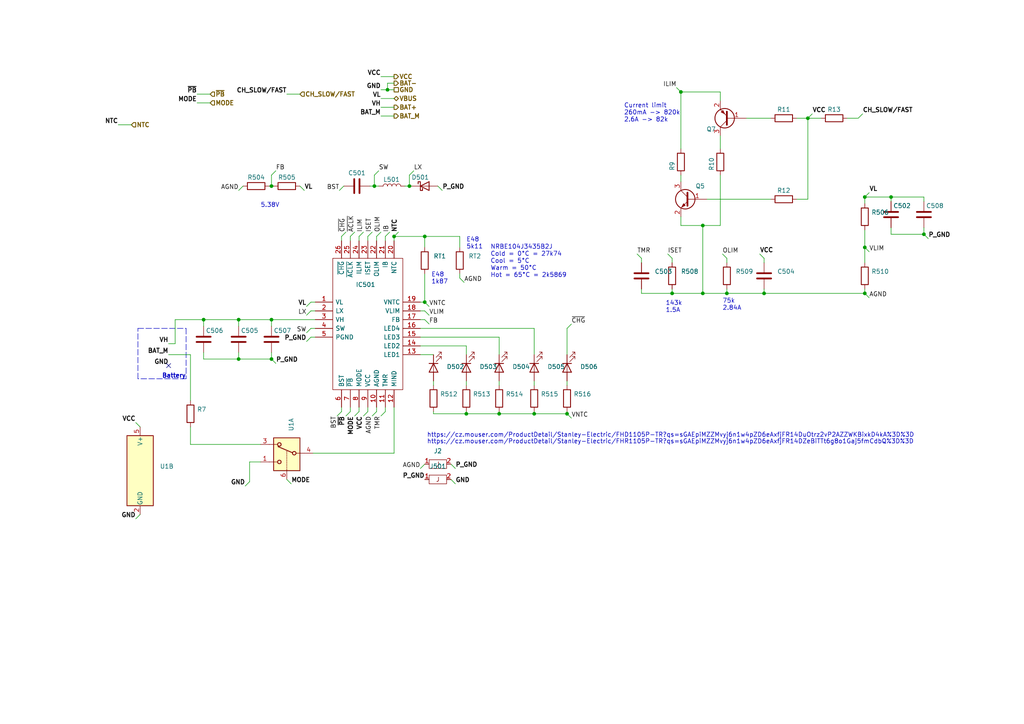
<source format=kicad_sch>
(kicad_sch (version 20211123) (generator eeschema)
  (paper "A4")
  (title_block (title "CanSat 2023") (rev "2022") (company "The Project SkyFall") (comment 1 "David Haisman"))
  (lib_symbols
    (symbol "1Knihovna:Hard_Jumper" (in_bom no)
      (property "Reference" "J" (at -1.27 0 0))
      (symbol "Hard_Jumper_0_0"
        (text "J" (at 0 0 0) (effects (font (size 1.27 1.27))))
      )
      (symbol "Hard_Jumper_0_1"
        (rectangle (start -2.54 1.27) (end 2.54 -1.27))
      )
      (symbol "Hard_Jumper_1_1"
        (pin passive line (at -3.81 0 0) (length 1.27) (name "~") (number "1"))
        (pin passive line (at 3.81 0 180) (length 1.27) (name "~") (number "2"))
      )
    )
    (symbol "Analog_Switch:TS5A3159DBV" (pin_names (offset 0.127))
      (property "Reference" "U" (at -3.175 4.699 0))
      (property "Value" "TS5A3159DBV" (at -3.175 2.921 0))
      (symbol "TS5A3159DBV_1_1"
        (rectangle (start -3.81 1.905) (end 3.81 -7.62) (stroke (width 0.254)) (fill (type background)))
        (circle (center -2.159 -2.54) (radius 0.508) (stroke (width 0.254)))
        (polyline (pts (xy -5.08 -2.54) (xy -2.794 -2.54)))
        (polyline (pts (xy -1.651 -2.413) (xy 2.54 -0.635)) (stroke (width 0.254)))
        (polyline (pts (xy 0 -7.62) (xy 0 -7.112)))
        (polyline (pts (xy 0 -6.858) (xy 0 -6.604)))
        (polyline (pts (xy 0 -6.35) (xy 0 -6.096)))
        (polyline (pts (xy 0 -5.842) (xy 0 -5.588)))
        (polyline (pts (xy 0 -5.334) (xy 0 -5.08)))
        (polyline (pts (xy 0 -4.826) (xy 0 -4.572)))
        (polyline (pts (xy 0 -4.318) (xy 0 -4.064)))
        (polyline (pts (xy 0 -3.81) (xy 0 -3.556)))
        (polyline (pts (xy 0 -3.302) (xy 0 -3.048)))
        (polyline (pts (xy 0 -2.794) (xy 0 -2.54)))
        (polyline (pts (xy 0 -2.286) (xy 0 -2.032)))
        (polyline (pts (xy 0 -2.286) (xy 0 -2.032)))
        (polyline (pts (xy 5.08 -5.08) (xy 2.794 -5.08)))
        (polyline (pts (xy 5.08 0) (xy 2.794 0)))
        (circle (center 2.159 -5.08) (radius 0.508) (stroke (width 0.254)))
        (circle (center 2.159 0) (radius 0.508) (stroke (width 0.254)))
        (pin passive line (at 7.62 -5.08 180) (length 2.54) (name "~") (number "1"))
        (pin passive line (at 7.62 0 180) (length 2.54) (name "~") (number "3"))
        (pin passive line (at -7.62 -2.54 0) (length 2.54) (name "~") (number "4"))
        (pin input line (at 0 -10.16 90) (length 2.54) (name "~") (number "6"))
      )
      (symbol "TS5A3159DBV_2_0"
        (pin power_in line (at 0 -12.7 90) (length 2.54) (name "GND") (number "2"))
        (pin power_in line (at 0 12.7 270) (length 2.54) (name "V+") (number "5"))
      )
      (symbol "TS5A3159DBV_2_1"
        (rectangle (start -3.81 10.16) (end 3.81 -10.16) (stroke (width 0.254)) (fill (type background)))
      )
    )
    (symbol "Device:C" (pin_numbers hide) (pin_names (offset 0.254))
      (property "Reference" "C" (at 0.635 2.54 0))
      (property "Value" "C" (at 0.635 -2.54 0))
      (symbol "C_0_1"
        (polyline (pts (xy -2.032 -0.762) (xy 2.032 -0.762)) (stroke (width 0.508)))
        (polyline (pts (xy -2.032 0.762) (xy 2.032 0.762)) (stroke (width 0.508)))
      )
      (symbol "C_1_1"
        (pin passive line (at 0 3.81 270) (length 2.794) (name "~") (number "1"))
        (pin passive line (at 0 -3.81 90) (length 2.794) (name "~") (number "2"))
      )
    )
    (symbol "Device:L" (pin_numbers hide) (pin_names (offset 1.016) hide)
      (property "Reference" "L" (at -1.27 0 90))
      (property "Value" "L" (at 1.905 0 90))
      (symbol "L_0_1"
        (arc (start 0 -2.54) (mid 0.635 -1.905) (end 0 -1.27))
        (arc (start 0 -1.27) (mid 0.635 -0.635) (end 0 0))
        (arc (start 0 0) (mid 0.635 0.635) (end 0 1.27))
        (arc (start 0 1.27) (mid 0.635 1.905) (end 0 2.54))
      )
      (symbol "L_1_1"
        (pin passive line (at 0 3.81 270) (length 1.27) (name "1") (number "1"))
        (pin passive line (at 0 -3.81 90) (length 1.27) (name "2") (number "2"))
      )
    )
    (symbol "Device:LED" (pin_numbers hide) (pin_names (offset 1.016) hide)
      (property "Reference" "D" (at 0 2.54 0))
      (property "Value" "LED" (at 0 -2.54 0))
      (symbol "LED_0_1"
        (polyline (pts (xy -1.27 -1.27) (xy -1.27 1.27)) (stroke (width 0.254)))
        (polyline (pts (xy -1.27 0) (xy 1.27 0)))
        (polyline (pts (xy 1.27 -1.27) (xy 1.27 1.27) (xy -1.27 0) (xy 1.27 -1.27)) (stroke (width 0.254)))
        (polyline (pts (xy -3.048 -0.762) (xy -4.572 -2.286) (xy -3.81 -2.286) (xy -4.572 -2.286) (xy -4.572 -1.524)))
        (polyline (pts (xy -1.778 -0.762) (xy -3.302 -2.286) (xy -2.54 -2.286) (xy -3.302 -2.286) (xy -3.302 -1.524)))
      )
      (symbol "LED_1_1"
        (pin passive line (at -3.81 0 0) (length 2.54) (name "K") (number "1"))
        (pin passive line (at 3.81 0 180) (length 2.54) (name "A") (number "2"))
      )
    )
    (symbol "Device:R" (pin_numbers hide) (pin_names (offset 0))
      (property "Reference" "R" (at 2.032 0 90))
      (property "Value" "R" (at 0 0 90))
      (symbol "R_0_1"
        (rectangle (start -1.016 -2.54) (end 1.016 2.54) (stroke (width 0.254)))
      )
      (symbol "R_1_1"
        (pin passive line (at 0 3.81 270) (length 1.27) (name "~") (number "1"))
        (pin passive line (at 0 -3.81 90) (length 1.27) (name "~") (number "2"))
      )
    )
    (symbol "Diode:B330" (pin_numbers hide) (pin_names (offset 1.016) hide)
      (property "Reference" "D" (at 0 2.54 0))
      (property "Value" "B330" (at 0 -2.54 0))
      (symbol "B330_0_1"
        (polyline (pts (xy 1.27 0) (xy -1.27 0)))
        (polyline (pts (xy 1.27 1.27) (xy 1.27 -1.27) (xy -1.27 0) (xy 1.27 1.27)) (stroke (width 0.254)))
        (polyline (pts (xy -1.905 0.635) (xy -1.905 1.27) (xy -1.27 1.27) (xy -1.27 -1.27) (xy -0.635 -1.27) (xy -0.635 -0.635)) (stroke (width 0.254)))
      )
      (symbol "B330_1_1"
        (pin passive line (at -3.81 0 0) (length 2.54) (name "K") (number "1"))
        (pin passive line (at 3.81 0 180) (length 2.54) (name "A") (number "2"))
      )
    )
    (symbol "SamacSys_Parts2:MP2639AGR-Z" (pin_names (offset 0.762))
      (property "Reference" "IC" (at 26.67 17.78 0))
      (property "Value" "MP2639AGR-Z" (at 26.67 15.24 0))
      (symbol "MP2639AGR-Z_0_0"
        (pin passive line (at 0 0 0) (length 5.08) (name "VL") (number "1"))
        (pin passive line (at 17.78 -30.48 90) (length 5.08) (name "AGND") (number "10"))
        (pin passive line (at 20.32 -30.48 90) (length 5.08) (name "TMR") (number "11"))
        (pin passive line (at 22.86 -30.48 90) (length 5.08) (name "MIND") (number "12"))
        (pin passive line (at 30.48 -15.24 180) (length 5.08) (name "LED1") (number "13"))
        (pin passive line (at 30.48 -12.7 180) (length 5.08) (name "LED2") (number "14"))
        (pin passive line (at 30.48 -10.16 180) (length 5.08) (name "LED3") (number "15"))
        (pin passive line (at 30.48 -7.62 180) (length 5.08) (name "LED4") (number "16"))
        (pin passive line (at 30.48 -5.08 180) (length 5.08) (name "FB") (number "17"))
        (pin passive line (at 30.48 -2.54 180) (length 5.08) (name "VLIM") (number "18"))
        (pin passive line (at 30.48 0 180) (length 5.08) (name "VNTC") (number "19"))
        (pin passive line (at 0 -2.54 0) (length 5.08) (name "LX") (number "2"))
        (pin passive line (at 22.86 17.78 270) (length 5.08) (name "NTC") (number "20"))
        (pin passive line (at 20.32 17.78 270) (length 5.08) (name "IB") (number "21"))
        (pin passive line (at 17.78 17.78 270) (length 5.08) (name "OLIM") (number "22"))
        (pin passive line (at 15.24 17.78 270) (length 5.08) (name "ISET") (number "23"))
        (pin passive line (at 12.7 17.78 270) (length 5.08) (name "ILIM") (number "24"))
        (pin passive line (at 10.16 17.78 270) (length 5.08) (name "~{ACLK}") (number "25"))
        (pin passive line (at 7.62 17.78 270) (length 5.08) (name "~{CHG}") (number "26"))
        (pin passive line (at 0 -5.08 0) (length 5.08) (name "VH") (number "3"))
        (pin passive line (at 0 -7.62 0) (length 5.08) (name "SW") (number "4"))
        (pin passive line (at 0 -10.16 0) (length 5.08) (name "PGND") (number "5"))
        (pin passive line (at 7.62 -30.48 90) (length 5.08) (name "BST") (number "6"))
        (pin passive line (at 10.16 -30.48 90) (length 5.08) (name "~{PB}") (number "7"))
        (pin passive line (at 12.7 -30.48 90) (length 5.08) (name "MODE") (number "8"))
        (pin passive line (at 15.24 -30.48 90) (length 5.08) (name "VCC") (number "9"))
      )
      (symbol "MP2639AGR-Z_0_1"
        (polyline (pts (xy 5.08 12.7) (xy 25.4 12.7) (xy 25.4 -25.4) (xy 5.08 -25.4) (xy 5.08 12.7)) (stroke (width 0.1524)))
      )
    )
    (symbol "Transistor_BJT:BC847" (pin_names (offset 0) hide)
      (property "Reference" "Q" (at 5.08 1.905 0))
      (property "Value" "BC847" (at 5.08 0 0))
      (symbol "BC847_0_1"
        (polyline (pts (xy 0.635 0.635) (xy 2.54 2.54)))
        (polyline (pts (xy 0.635 -0.635) (xy 2.54 -2.54) (xy 2.54 -2.54)))
        (polyline (pts (xy 0.635 1.905) (xy 0.635 -1.905) (xy 0.635 -1.905)) (stroke (width 0.508)))
        (polyline (pts (xy 1.27 -1.778) (xy 1.778 -1.27) (xy 2.286 -2.286) (xy 1.27 -1.778) (xy 1.27 -1.778)) (fill (type outline)))
        (circle (center 1.27 0) (radius 2.8194) (stroke (width 0.254)))
      )
      (symbol "BC847_1_1"
        (pin input line (at -5.08 0 0) (length 5.715) (name "B") (number "1"))
        (pin passive line (at 2.54 -5.08 90) (length 2.54) (name "E") (number "2"))
        (pin passive line (at 2.54 5.08 270) (length 2.54) (name "C") (number "3"))
      )
    )
    (symbol "Transistor_BJT:BC857" (pin_names (offset 0) hide)
      (property "Reference" "Q" (at 5.08 1.905 0))
      (property "Value" "BC857" (at 5.08 0 0))
      (symbol "BC857_0_1"
        (polyline (pts (xy 0.635 0.635) (xy 2.54 2.54)))
        (polyline (pts (xy 0.635 -0.635) (xy 2.54 -2.54) (xy 2.54 -2.54)))
        (polyline (pts (xy 0.635 1.905) (xy 0.635 -1.905) (xy 0.635 -1.905)) (stroke (width 0.508)))
        (polyline (pts (xy 2.286 -1.778) (xy 1.778 -2.286) (xy 1.27 -1.27) (xy 2.286 -1.778) (xy 2.286 -1.778)) (fill (type outline)))
        (circle (center 1.27 0) (radius 2.8194) (stroke (width 0.254)))
      )
      (symbol "BC857_1_1"
        (pin input line (at -5.08 0 0) (length 5.715) (name "B") (number "1"))
        (pin passive line (at 2.54 -5.08 90) (length 2.54) (name "E") (number "2"))
        (pin passive line (at 2.54 5.08 270) (length 2.54) (name "C") (number "3"))
      )
    )
  )
  (junction (at 108.585 53.975))
  (junction (at 123.19 68.58))
  (junction (at 194.945 85.09))
  (junction (at 203.835 65.405))
  (junction (at 78.74 104.14))
  (junction (at 78.74 92.71))
  (junction (at 112.395 26.035))
  (junction (at 135.255 120.015))
  (junction (at 59.055 92.71))
  (junction (at 250.825 71.755))
  (junction (at 250.825 85.09))
  (junction (at 258.445 57.15))
  (junction (at 221.615 85.09))
  (junction (at 267.97 67.945))
  (junction (at 114.3 68.58))
  (junction (at 78.74 53.975))
  (junction (at 144.78 120.015))
  (junction (at 118.745 53.975))
  (junction (at 164.465 120.015))
  (junction (at 197.485 26.67))
  (junction (at 250.825 57.15))
  (junction (at 69.215 92.71))
  (junction (at 123.19 87.63))
  (junction (at 154.94 120.015))
  (junction (at 234.315 34.29))
  (junction (at 69.215 104.14))
  (junction (at 210.82 85.09))
  (junction (at 203.835 85.09))
  (no_connect (at 48.895 106.045))
  (wire (pts (xy 133.35 80.645) (xy 133.35 79.375)))
  (wire (pts (xy 258.445 57.15) (xy 258.445 58.42)))
  (wire (pts (xy 106.68 118.11) (xy 106.68 119.38)))
  (wire (pts (xy 186.055 83.82) (xy 186.055 85.09)))
  (wire (pts (xy 57.15 29.845) (xy 60.96 29.845)))
  (wire (pts (xy 250.825 66.675) (xy 250.825 71.755)))
  (wire (pts (xy 125.73 120.015) (xy 135.255 120.015)))
  (wire (pts (xy 205.105 57.785) (xy 223.52 57.785)))
  (wire (pts (xy 210.82 85.09) (xy 221.615 85.09)))
  (wire (pts (xy 123.19 92.71) (xy 121.92 92.71)))
  (wire (pts (xy 235.585 33.02) (xy 234.315 34.29)))
  (wire (pts (xy 127 53.975) (xy 128.27 55.245)))
  (wire (pts (xy 196.215 25.4) (xy 197.485 26.67)))
  (wire (pts (xy 164.465 120.015) (xy 154.94 120.015)))
  (wire (pts (xy 125.73 119.38) (xy 125.73 120.015)))
  (wire (pts (xy 121.92 87.63) (xy 123.19 87.63)))
  (wire (pts (xy 99.06 118.11) (xy 99.06 119.38)))
  (wire (pts (xy 97.79 120.65) (xy 99.06 119.38)))
  (wire (pts (xy 194.945 83.82) (xy 194.945 85.09)))
  (wire (pts (xy 267.97 57.15) (xy 258.445 57.15)))
  (wire (pts (xy 91.44 95.25) (xy 90.17 95.25)))
  (wire (pts (xy 245.745 34.29) (xy 248.92 34.29)))
  (wire (pts (xy 220.345 73.66) (xy 221.615 74.93)))
  (wire (pts (xy 50.8 92.71) (xy 50.8 99.695)))
  (wire (pts (xy 57.15 27.305) (xy 60.96 27.305)))
  (wire (pts (xy 234.315 57.785) (xy 234.315 34.29)))
  (wire (pts (xy 88.265 55.245) (xy 86.995 53.975)))
  (wire (pts (xy 109.22 119.38) (xy 107.95 120.65)))
  (wire (pts (xy 69.215 92.71) (xy 78.74 92.71)))
  (wire (pts (xy 121.92 97.79) (xy 144.78 97.79)))
  (wire (pts (xy 164.465 102.87) (xy 164.465 95.25)))
  (wire (pts (xy 90.17 97.79) (xy 88.9 99.06)))
  (wire (pts (xy 69.215 104.14) (xy 69.215 102.235)))
  (wire (pts (xy 101.6 119.38) (xy 100.33 120.65)))
  (wire (pts (xy 197.485 65.405) (xy 203.835 65.405)))
  (wire (pts (xy 78.74 92.71) (xy 91.44 92.71)))
  (wire (pts (xy 267.97 67.945) (xy 269.24 69.215)))
  (wire (pts (xy 123.19 87.63) (xy 124.46 88.9)))
  (wire (pts (xy 91.44 90.17) (xy 90.17 90.17)))
  (wire (pts (xy 69.215 104.14) (xy 78.74 104.14)))
  (wire (pts (xy 90.17 97.79) (xy 91.44 97.79)))
  (wire (pts (xy 39.37 150.495) (xy 40.64 149.225)))
  (wire (pts (xy 121.92 95.25) (xy 154.94 95.25)))
  (wire (pts (xy 39.37 122.555) (xy 40.64 123.825)))
  (wire (pts (xy 194.945 76.2) (xy 194.945 74.93)))
  (wire (pts (xy 110.49 26.035) (xy 112.395 26.035)))
  (wire (pts (xy 133.35 68.58) (xy 123.19 68.58)))
  (wire (pts (xy 114.3 118.11) (xy 114.3 131.445)))
  (wire (pts (xy 71.12 140.97) (xy 72.39 139.7)))
  (wire (pts (xy 208.915 50.8) (xy 208.915 65.405)))
  (wire (pts (xy 250.825 71.755) (xy 250.825 76.2)))
  (wire (pts (xy 133.35 71.755) (xy 133.35 68.58)))
  (polyline (pts (xy 53.975 95.25) (xy 53.975 109.855)))
  (wire (pts (xy 48.895 99.695) (xy 50.8 99.695)))
  (wire (pts (xy 123.19 92.71) (xy 124.46 93.98)))
  (wire (pts (xy 112.395 26.035) (xy 114.3 26.035)))
  (wire (pts (xy 69.215 94.615) (xy 69.215 92.71)))
  (wire (pts (xy 123.19 68.58) (xy 114.3 68.58)))
  (wire (pts (xy 55.245 123.825) (xy 55.245 128.905)))
  (wire (pts (xy 109.855 53.975) (xy 108.585 53.975)))
  (wire (pts (xy 208.915 65.405) (xy 203.835 65.405)))
  (wire (pts (xy 109.22 118.11) (xy 109.22 119.38)))
  (wire (pts (xy 50.8 92.71) (xy 59.055 92.71)))
  (wire (pts (xy 90.17 87.63) (xy 91.44 87.63)))
  (wire (pts (xy 59.055 104.14) (xy 69.215 104.14)))
  (wire (pts (xy 118.745 50.8) (xy 118.745 53.975)))
  (wire (pts (xy 78.74 94.615) (xy 78.74 92.71)))
  (wire (pts (xy 123.19 87.63) (xy 123.19 79.375)))
  (wire (pts (xy 267.97 58.42) (xy 267.97 57.15)))
  (wire (pts (xy 75.565 133.985) (xy 72.39 133.985)))
  (wire (pts (xy 123.19 90.17) (xy 124.46 91.44)))
  (wire (pts (xy 78.74 53.975) (xy 79.375 53.975)))
  (wire (pts (xy 59.055 92.71) (xy 69.215 92.71)))
  (polyline (pts (xy 53.975 109.855) (xy 40.005 109.855)))
  (wire (pts (xy 267.97 67.945) (xy 267.97 66.04)))
  (wire (pts (xy 130.81 134.62) (xy 132.08 135.89)))
  (wire (pts (xy 144.78 119.38) (xy 144.78 120.015)))
  (wire (pts (xy 154.94 102.87) (xy 154.94 95.25)))
  (wire (pts (xy 132.08 140.335) (xy 130.81 139.065)))
  (wire (pts (xy 123.19 134.62) (xy 121.92 135.89)))
  (wire (pts (xy 134.62 81.915) (xy 133.35 80.645)))
  (wire (pts (xy 106.68 119.38) (xy 105.41 120.65)))
  (wire (pts (xy 121.92 90.17) (xy 123.19 90.17)))
  (wire (pts (xy 84.455 140.335) (xy 83.185 139.065)))
  (wire (pts (xy 78.74 50.8) (xy 78.74 53.975)))
  (wire (pts (xy 106.68 68.58) (xy 107.95 67.31)))
  (wire (pts (xy 78.105 53.975) (xy 78.74 53.975)))
  (wire (pts (xy 70.485 53.975) (xy 69.215 55.245)))
  (wire (pts (xy 250.825 59.055) (xy 250.825 57.15)))
  (wire (pts (xy 164.465 111.76) (xy 164.465 110.49)))
  (wire (pts (xy 186.055 76.2) (xy 186.055 74.93)))
  (wire (pts (xy 110.49 31.115) (xy 114.3 31.115)))
  (wire (pts (xy 108.585 50.8) (xy 108.585 53.975)))
  (wire (pts (xy 78.74 104.14) (xy 80.01 105.41)))
  (wire (pts (xy 110.49 33.655) (xy 114.3 33.655)))
  (wire (pts (xy 121.92 102.87) (xy 125.73 102.87)))
  (wire (pts (xy 208.915 26.67) (xy 208.915 29.21)))
  (wire (pts (xy 221.615 76.2) (xy 221.615 74.93)))
  (wire (pts (xy 186.055 74.93) (xy 184.785 73.66)))
  (wire (pts (xy 112.395 24.13) (xy 114.3 24.13)))
  (wire (pts (xy 101.6 69.85) (xy 101.6 68.58)))
  (wire (pts (xy 197.485 62.865) (xy 197.485 65.405)))
  (wire (pts (xy 110.49 22.225) (xy 114.3 22.225)))
  (wire (pts (xy 88.9 96.52) (xy 90.17 95.25)))
  (wire (pts (xy 164.465 119.38) (xy 164.465 120.015)))
  (wire (pts (xy 135.255 120.015) (xy 144.78 120.015)))
  (wire (pts (xy 78.74 104.14) (xy 78.74 102.235)))
  (wire (pts (xy 59.055 94.615) (xy 59.055 92.71)))
  (wire (pts (xy 120.015 49.53) (xy 118.745 50.8)))
  (wire (pts (xy 221.615 83.82) (xy 221.615 85.09)))
  (wire (pts (xy 104.14 118.11) (xy 104.14 119.38)))
  (wire (pts (xy 114.3 69.85) (xy 114.3 68.58)))
  (wire (pts (xy 114.3 68.58) (xy 115.57 67.31)))
  (wire (pts (xy 104.14 119.38) (xy 102.87 120.65)))
  (wire (pts (xy 108.585 53.975) (xy 107.315 53.975)))
  (wire (pts (xy 99.06 68.58) (xy 100.33 67.31)))
  (wire (pts (xy 118.745 53.975) (xy 119.38 53.975)))
  (wire (pts (xy 114.3 28.575) (xy 110.49 28.575)))
  (wire (pts (xy 258.445 67.945) (xy 267.97 67.945)))
  (wire (pts (xy 109.855 49.53) (xy 108.585 50.8)))
  (wire (pts (xy 203.835 85.09) (xy 210.82 85.09)))
  (wire (pts (xy 250.825 85.09) (xy 252.095 86.36)))
  (wire (pts (xy 210.82 74.93) (xy 209.55 73.66)))
  (wire (pts (xy 210.82 76.2) (xy 210.82 74.93)))
  (wire (pts (xy 164.465 95.25) (xy 165.735 93.98)))
  (wire (pts (xy 83.185 27.305) (xy 86.995 27.305)))
  (wire (pts (xy 135.255 102.87) (xy 135.255 100.33)))
  (wire (pts (xy 80.01 49.53) (xy 78.74 50.8)))
  (wire (pts (xy 197.485 43.18) (xy 197.485 26.67)))
  (wire (pts (xy 164.465 120.015) (xy 165.735 121.285)))
  (wire (pts (xy 101.6 118.11) (xy 101.6 119.38)))
  (wire (pts (xy 194.945 85.09) (xy 203.835 85.09)))
  (wire (pts (xy 90.17 87.63) (xy 88.9 88.9)))
  (wire (pts (xy 250.825 71.755) (xy 252.095 73.025)))
  (wire (pts (xy 111.76 69.85) (xy 111.76 68.58)))
  (polyline (pts (xy 40.005 109.855) (xy 40.005 95.25)))
  (wire (pts (xy 250.825 57.15) (xy 252.095 55.88)))
  (wire (pts (xy 208.915 43.18) (xy 208.915 39.37)))
  (wire (pts (xy 123.19 71.755) (xy 123.19 68.58)))
  (wire (pts (xy 250.19 33.02) (xy 248.92 34.29)))
  (wire (pts (xy 135.255 119.38) (xy 135.255 120.015)))
  (wire (pts (xy 193.675 73.66) (xy 194.945 74.93)))
  (wire (pts (xy 231.14 57.785) (xy 234.315 57.785)))
  (wire (pts (xy 258.445 66.04) (xy 258.445 67.945)))
  (wire (pts (xy 216.535 34.29) (xy 223.52 34.29)))
  (wire (pts (xy 234.315 34.29) (xy 231.14 34.29)))
  (polyline (pts (xy 40.005 95.25) (xy 53.975 95.25)))
  (wire (pts (xy 144.78 111.76) (xy 144.78 110.49)))
  (wire (pts (xy 98.425 55.245) (xy 99.695 53.975)))
  (wire (pts (xy 135.255 111.76) (xy 135.255 110.49)))
  (wire (pts (xy 55.245 128.905) (xy 75.565 128.905)))
  (wire (pts (xy 186.055 85.09) (xy 194.945 85.09)))
  (wire (pts (xy 238.125 34.29) (xy 234.315 34.29)))
  (wire (pts (xy 144.78 102.87) (xy 144.78 97.79)))
  (wire (pts (xy 210.82 83.82) (xy 210.82 85.09)))
  (wire (pts (xy 104.14 68.58) (xy 105.41 67.31)))
  (wire (pts (xy 111.76 119.38) (xy 110.49 120.65)))
  (wire (pts (xy 101.6 68.58) (xy 102.87 67.31)))
  (wire (pts (xy 144.78 120.015) (xy 154.94 120.015)))
  (wire (pts (xy 197.485 26.67) (xy 208.915 26.67)))
  (wire (pts (xy 34.29 36.195) (xy 38.1 36.195)))
  (wire (pts (xy 90.805 131.445) (xy 114.3 131.445)))
  (wire (pts (xy 104.14 69.85) (xy 104.14 68.58)))
  (wire (pts (xy 99.06 69.85) (xy 99.06 68.58)))
  (wire (pts (xy 154.94 119.38) (xy 154.94 120.015)))
  (wire (pts (xy 154.94 111.76) (xy 154.94 110.49)))
  (wire (pts (xy 55.245 116.205) (xy 55.245 102.87)))
  (wire (pts (xy 48.895 102.87) (xy 55.245 102.87)))
  (wire (pts (xy 109.22 69.85) (xy 109.22 68.58)))
  (wire (pts (xy 250.825 57.15) (xy 258.445 57.15)))
  (wire (pts (xy 197.485 52.705) (xy 197.485 50.8)))
  (wire (pts (xy 111.76 118.11) (xy 111.76 119.38)))
  (wire (pts (xy 111.76 68.58) (xy 113.03 67.31)))
  (wire (pts (xy 112.395 26.035) (xy 112.395 24.13)))
  (wire (pts (xy 221.615 85.09) (xy 250.825 85.09)))
  (wire (pts (xy 121.92 100.33) (xy 135.255 100.33)))
  (wire (pts (xy 59.055 102.235) (xy 59.055 104.14)))
  (wire (pts (xy 109.22 68.58) (xy 110.49 67.31)))
  (wire (pts (xy 250.825 85.09) (xy 250.825 83.82)))
  (wire (pts (xy 125.73 111.76) (xy 125.73 110.49)))
  (wire (pts (xy 117.475 53.975) (xy 118.745 53.975)))
  (wire (pts (xy 106.68 69.85) (xy 106.68 68.58)))
  (wire (pts (xy 203.835 65.405) (xy 203.835 85.09)))
  (wire (pts (xy 90.17 90.17) (xy 88.9 91.44)))
  (wire (pts (xy 72.39 133.985) (xy 72.39 139.7)))
  (text "5.38V" (at 75.565 60.325 0) (effects (font (size 1.27 1.27)) (justify left bottom)))
  (text "https://cz.mouser.com/ProductDetail/Stanley-Electric/FHD1105P-TR?qs=sGAEpiMZZMvyj6n1w4pZD6eAxfjFR14DuOtrz2vP2AZZWKBixkD4kA%3D%3D" (at 123.825 127 0) (effects (font (size 1.27 1.27)) (justify left bottom)))
  (text "75k\n2.84A" (at 209.55 90.17 0) (effects (font (size 1.27 1.27)) (justify left bottom)))
  (text "E48\n1k87" (at 125.095 82.55 0) (effects (font (size 1.27 1.27)) (justify left bottom)))
  (text "Battery" (at 53.975 109.855 180) (effects (font (size 1.27 1.27) bold) (justify right bottom)))
  (text "Current limit\n260mA -> 820k\n2.6A -> 82k" (at 180.975 35.56 0) (effects (font (size 1.27 1.27)) (justify left bottom)))
  (text "NRBE104J3435B2J\nCold = 0°C = 27k74\nCool = 5°C\nWarm = 50°C\nHot = 65°C = 2k5869 " (at 142.24 80.645 0) (effects (font (size 1.27 1.27)) (justify left bottom)))
  (text "143k\n1.5A" (at 193.04 90.805 0) (effects (font (size 1.27 1.27)) (justify left bottom)))
  (text "https://cz.mouser.com/ProductDetail/Stanley-Electric/FHR1105P-TR?qs=sGAEpiMZZMvyj6n1w4pZD6eAxfjFR14DZeBiTTt6g8o1Gaj5fmCdbQ%3D%3D" (at 123.825 128.905 0) (effects (font (size 1.27 1.27)) (justify left bottom)))
  (text "E48\n5k11" (at 135.255 72.39 0) (effects (font (size 1.27 1.27)) (justify left bottom)))
  (label "~{PB}" (at 57.15 27.305 180) (effects (font (thickness 0.254) bold)))
  (label "ILIM" (at 196.215 25.4 180))
  (label "CH_SLOW{slash}FAST" (at 83.185 27.305 180) (effects (font bold)))
  (label "VL" (at 88.9 88.9 180) (effects (font (thickness 0.254) bold)))
  (label "GND" (at 39.37 150.495 180) (effects (font (thickness 0.254) bold)))
  (label "OLIM" (at 110.49 67.31 90))
  (label "AGND" (at 69.215 55.245 180))
  (label "VCC" (at 110.49 22.225 180) (effects (font (thickness 0.254) bold)))
  (label "VNTC" (at 165.735 121.285 0))
  (label "ISET" (at 193.675 73.66 0))
  (label "OLIM" (at 209.55 73.66 0))
  (label "VCC" (at 39.37 122.555 180) (effects (font (thickness 0.254) bold)))
  (label "~{ACLK}" (at 102.87 67.31 90))
  (label "VL" (at 252.095 55.88 0) (effects (font (thickness 0.254) bold)))
  (label "AGND" (at 134.62 81.915 0))
  (label "ISET" (at 107.95 67.31 90))
  (label "BST" (at 97.79 120.65 270))
  (label "CH_SLOW{slash}FAST" (at 250.19 33.02 0) (effects (font bold)))
  (label "VCC" (at 235.585 33.02 0) (effects (font (thickness 0.254) bold)))
  (label "BAT_M" (at 110.49 33.655 180) (effects (font (thickness 0.254) bold)))
  (label "VCC" (at 105.41 120.65 270) (effects (font (thickness 0.254) bold)))
  (label "~{PB}" (at 100.33 120.65 270) (effects (font (thickness 0.254) bold)))
  (label "BAT_M" (at 48.895 102.87 180) (effects (font (thickness 0.254) bold)))
  (label "FB" (at 80.01 49.53 0))
  (label "SW" (at 88.9 96.52 180))
  (label "P_GND" (at 88.9 99.06 180) (effects (font (thickness 0.254) bold)))
  (label "P_GND" (at 123.19 139.065 180) (effects (font (thickness 0.254) bold)))
  (label "GND" (at 110.49 26.035 180) (effects (font (thickness 0.254) bold)))
  (label "P_GND" (at 128.27 55.245 0) (effects (font (thickness 0.254) bold)))
  (label "AGND" (at 107.95 120.65 270))
  (label "VNTC" (at 124.46 88.9 0))
  (label "TMR" (at 110.49 120.65 270))
  (label "BST" (at 98.425 55.245 180))
  (label "P_GND" (at 80.01 105.41 0) (effects (font (thickness 0.254) bold)))
  (label "AGND" (at 121.92 135.89 180))
  (label "NTC" (at 115.57 67.31 90) (effects (font (thickness 0.254) bold)))
  (label "MODE" (at 102.87 120.65 270) (effects (font (thickness 0.254) bold)))
  (label "SW" (at 109.855 49.53 0))
  (label "LX" (at 120.015 49.53 0))
  (label "~{CHG}" (at 100.33 67.31 90))
  (label "VH" (at 48.895 99.695 180) (effects (font (thickness 0.254) bold)))
  (label "P_GND" (at 132.08 135.89 0) (effects (font (thickness 0.254) bold)))
  (label "VLIM" (at 124.46 91.44 0))
  (label "~{CHG}" (at 165.735 93.98 0))
  (label "FB" (at 124.46 93.98 0))
  (label "VL" (at 88.265 55.245 0) (effects (font (thickness 0.254) bold)))
  (label "MODE" (at 84.455 140.335 0) (effects (font (thickness 0.254) bold)))
  (label "VL" (at 110.49 28.575 180) (effects (font (thickness 0.254) bold)))
  (label "VLIM" (at 252.095 73.025 0))
  (label "GND" (at 71.12 140.97 180) (effects (font (thickness 0.254) bold)))
  (label "TMR" (at 184.785 73.66 0))
  (label "IB" (at 113.03 67.31 90))
  (label "ILIM" (at 105.41 67.31 90))
  (label "GND" (at 132.08 140.335 0) (effects (font (thickness 0.254) bold)))
  (label "P_GND" (at 269.24 69.215 0) (effects (font (thickness 0.254) bold)))
  (label "AGND" (at 252.095 86.36 0))
  (label "LX" (at 88.9 91.44 180))
  (label "VCC" (at 220.345 73.66 0) (effects (font (thickness 0.254) bold)))
  (label "NTC" (at 34.29 36.195 180) (effects (font (thickness 0.254) bold)))
  (label "GND" (at 48.895 106.045 180) (effects (font (thickness 0.254) bold)))
  (label "VH" (at 110.49 31.115 180) (effects (font (thickness 0.254) bold)))
  (label "MODE" (at 57.15 29.845 180) (effects (font (thickness 0.254) bold)))
  (hierarchical_label "BAT+" (shape output) (at 114.3 31.115 0) (effects (font bold)))
  (hierarchical_label "BAT-" (shape output) (at 114.3 24.13 0) (effects (font bold)))
  (hierarchical_label "VBUS" (shape bidirectional) (at 114.3 28.575 0) (effects (font bold)))
  (hierarchical_label "VCC" (shape output) (at 114.3 22.225 0) (effects (font bold)))
  (hierarchical_label "MODE" (shape input) (at 60.96 29.845 0) (effects (font bold)))
  (hierarchical_label "NTC" (shape input) (at 38.1 36.195 0) (effects (font bold)))
  (hierarchical_label "BAT_M" (shape output) (at 114.3 33.655 0) (effects (font bold)))
  (hierarchical_label "GND" (shape passive) (at 114.3 26.035 0) (effects (font bold)))
  (hierarchical_label "~{PB}" (shape input) (at 60.96 27.305 0) (effects (font bold)))
  (hierarchical_label "CH_SLOW{slash}FAST" (shape input) (at 86.995 27.305 0) (effects (font bold)))
  (symbol (lib_id "Device:C") (at 221.615 80.01 0) (unit 1)
    (property "Reference" "C504" (at 225.425 78.7399 0) (effects (justify left)))
  )
  (symbol (lib_id "Device:R") (at 74.295 53.975 270) (unit 1)
    (property "Reference" "R504" (at 71.755 51.435 90) (effects (justify left)))
  )
  (symbol (lib_id "Device:R") (at 227.33 57.785 90) (mirror x) (unit 1)
    (property "Reference" "R12" (at 227.33 55.245 90))
  )
  (symbol (lib_id "Analog_Switch:TS5A3159DBV") (at 83.185 128.905 0) (mirror y) (unit 1)
    (property "Reference" "U1" (at 84.4551 125.095 90) (effects (justify left)))
    (property "Datasheet" "http://www.ti.com/lit/ds/symlink/ts5a3159.pdf" (effects hide))
  )
  (symbol (lib_id "Transistor_BJT:BC857") (at 211.455 34.29 180) (unit 1)
    (property "Reference" "Q7" (at 207.645 37.465 0) (effects (justify left)))
    (property "Datasheet" "https://www.onsemi.com/pub/Collateral/BC860-D.pdf" (effects hide))
  )
  (symbol (lib_id "Device:R") (at 83.185 53.975 270) (unit 1)
    (property "Reference" "R505" (at 80.645 51.435 90) (effects (justify left)))
  )
  (symbol (lib_id "Device:R") (at 125.73 115.57 180) (unit 1)
    (property "Reference" "R512" (at 127.635 114.2999 0) (effects (justify right)))
  )
  (symbol (lib_id "Device:C") (at 78.74 98.425 0) (unit 1)
    (property "Reference" "C507" (at 79.375 95.885 0) (effects (justify left)))
  )
  (symbol (lib_id "Device:R") (at 250.825 80.01 0) (unit 1)
    (property "Reference" "R510" (at 252.73 78.7399 0) (effects (justify left)))
  )
  (symbol (lib_id "Device:R") (at 164.465 115.57 180) (unit 1)
    (property "Reference" "R516" (at 166.37 114.2999 0) (effects (justify right)))
  )
  (symbol (lib_id "Device:R") (at 250.825 62.865 0) (unit 1)
    (property "Reference" "R506" (at 252.73 61.5949 0) (effects (justify left)))
  )
  (symbol (lib_id "Device:R") (at 133.35 75.565 0) (unit 1)
    (property "Reference" "RT2" (at 135.89 74.2949 0) (effects (justify left)))
  )
  (symbol (lib_id "Device:R") (at 210.82 80.01 0) (unit 1)
    (property "Reference" "R509" (at 213.36 78.7399 0) (effects (justify left)))
  )
  (symbol (lib_id "Device:C") (at 258.445 62.23 0) (unit 1)
    (property "Reference" "C502" (at 259.08 59.69 0) (effects (justify left)))
  )
  (symbol (lib_id "Device:R") (at 227.33 34.29 90) (mirror x) (unit 1)
    (property "Reference" "R11" (at 227.33 31.75 90))
  )
  (symbol (lib_id "Device:R") (at 135.255 115.57 180) (unit 1)
    (property "Reference" "R513" (at 137.16 114.2999 0) (effects (justify right)))
  )
  (symbol (lib_id "SamacSys_Parts2:MP2639AGR-Z") (at 91.44 87.63 0) (unit 1)
    (property "Reference" "IC501" (at 106.045 82.55 0))
    (property "Datasheet" "http://www.monolithicpower.com/pub/media/document/MP2639A_r1.0.pdf" (effects hide))
    (property "Description" "Battery Management 2-Cell 2.5A Li-ion or Li-polymer Switching Charger Integrated Bidirectional Charge/Discharge" (effects hide))
    (property "Height" "1" (effects hide))
    (property "Mouser Part Number" "946-MP2639AGR-Z" (effects hide))
    (property "Mouser Price/Stock" "https://www.mouser.co.uk/ProductDetail/Monolithic-Power-Systems-MPS/MP2639AGR-Z?qs=YCa%2FAAYMW004W5DDRZSXeQ%3D%3D" (effects hide))
    (property "Manufacturer_Name" "Monolithic Power Systems (MPS)" (effects hide))
    (property "Manufacturer_Part_Number" "MP2639AGR-Z" (effects hide))
  )
  (symbol (lib_id "Device:C") (at 59.055 98.425 0) (unit 1)
    (property "Reference" "C506" (at 59.69 95.885 0) (effects (justify left)))
  )
  (symbol (lib_id "Device:LED") (at 164.465 106.68 90) (mirror x) (unit 1)
    (property "Reference" "D506" (at 168.275 106.3626 90) (effects (justify right)))
    (property "Meaning" "CHARGING" (effects hide))
  )
  (symbol (lib_id "Device:C") (at 186.055 80.01 0) (unit 1)
    (property "Reference" "C503" (at 189.865 78.7399 0) (effects (justify left)))
  )
  (symbol (lib_id "Transistor_BJT:BC847") (at 200.025 57.785 0) (mirror y) (unit 1)
    (property "Reference" "Q5" (at 204.47 53.975 0) (effects (justify left)))
    (property "Datasheet" "http://www.infineon.com/dgdl/Infineon-BC847SERIES_BC848SERIES_BC849SERIES_BC850SERIES-DS-v01_01-en.pdf?fileId=db3a304314dca389011541d4630a1657" (effects hide))
  )
  (symbol (lib_id "Device:R") (at 208.915 46.99 0) (unit 1)
    (property "Reference" "R10" (at 206.375 49.53 90) (effects (justify left)))
  )
  (symbol (lib_id "Device:C") (at 267.97 62.23 0) (unit 1)
    (property "Reference" "C508" (at 268.605 59.69 0) (effects (justify left)))
  )
  (symbol (lib_id "Device:R") (at 194.945 80.01 0) (unit 1)
    (property "Reference" "R508" (at 197.485 78.7399 0) (effects (justify left)))
  )
  (symbol (lib_id "1Knihovna:Hard_Jumper") (at 127 134.62 0) (unit 1) (in_bom no)
    (property "Reference" "J2" (at 127 130.81 0))
  )
  (symbol (lib_id "Analog_Switch:TS5A3159DBV") (at 40.64 136.525 0) (unit 2)
    (property "Reference" "U1" (at 46.355 135.2549 0) (effects (justify left)))
    (property "Datasheet" "http://www.ti.com/lit/ds/symlink/ts5a3159.pdf" (effects hide))
  )
  (symbol (lib_id "Device:R") (at 154.94 115.57 180) (unit 1)
    (property "Reference" "R515" (at 156.845 114.2999 0) (effects (justify right)))
  )
  (symbol (lib_id "Device:C") (at 103.505 53.975 270) (unit 1)
    (property "Reference" "C501" (at 100.965 50.165 90) (effects (justify left)))
  )
  (symbol (lib_id "Device:LED") (at 135.255 106.68 90) (mirror x) (unit 1)
    (property "Reference" "D503" (at 139.065 106.3626 90) (effects (justify right)))
  )
  (symbol (lib_id "Device:R") (at 144.78 115.57 180) (unit 1)
    (property "Reference" "R514" (at 146.685 114.2999 0) (effects (justify right)))
  )
  (symbol (lib_id "Device:R") (at 123.19 75.565 0) (unit 1)
    (property "Reference" "RT1" (at 125.73 74.2949 0) (effects (justify left)))
  )
  (symbol (lib_id "Device:C") (at 69.215 98.425 0) (unit 1)
    (property "Reference" "C505" (at 69.85 95.885 0) (effects (justify left)))
  )
  (symbol (lib_id "Device:LED") (at 144.78 106.68 90) (mirror x) (unit 1)
    (property "Reference" "D504" (at 148.59 106.3626 90) (effects (justify right)))
  )
  (symbol (lib_id "Diode:B330") (at 123.19 53.975 0) (unit 1)
    (property "Reference" "D501" (at 124.46 51.435 0) (effects (justify right)))
    (property "Datasheet" "https://www.diodes.com/assets/Datasheets/ds30891.pdf" (effects hide))
  )
  (symbol (lib_id "Device:L") (at 113.665 53.975 90) (unit 1)
    (property "Reference" "L501" (at 111.125 52.07 90) (effects (justify right)))
    (property "Datasheet" "https://cz.mouser.com/datasheet/2/447/BMRx_Series-2089782.pdf" (effects hide))
    (property "Shop" "https://cz.mouser.com/ProductDetail/Pulse-Electronics/BMRA000606302R2MA1?qs=DRkmTr78QASokzErQxNooA%3D%3D" (effects hide))
  )
  (symbol (lib_id "Device:R") (at 55.245 120.015 180) (unit 1)
    (property "Reference" "R7" (at 57.15 118.7449 0) (effects (justify right)))
  )
  (symbol (lib_id "Device:LED") (at 125.73 106.68 90) (mirror x) (unit 1)
    (property "Reference" "D502" (at 129.54 106.3626 90) (effects (justify right)))
  )
  (symbol (lib_id "Device:R") (at 241.935 34.29 90) (mirror x) (unit 1)
    (property "Reference" "R13" (at 241.935 31.75 90))
  )
  (symbol (lib_id "Device:LED") (at 154.94 106.68 90) (mirror x) (unit 1)
    (property "Reference" "D505" (at 158.75 106.3626 90) (effects (justify right)))
  )
  (symbol (lib_id "Device:R") (at 197.485 46.99 0) (unit 1)
    (property "Reference" "R9" (at 194.945 49.53 90) (effects (justify left)))
  )
  (symbol (lib_id "1Knihovna:Hard_Jumper") (at 127 139.065 0) (unit 1) (in_bom no)
    (property "Reference" "J501" (at 127 135.255 0))
  )
)
</source>
